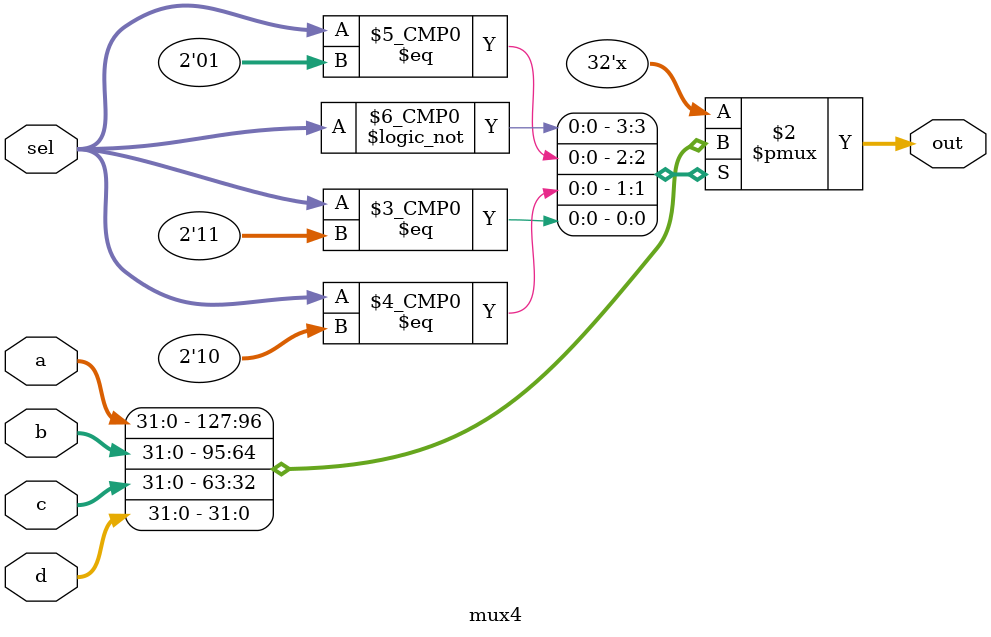
<source format=sv>
module mux4 #(parameter width = 32)
(
    input [1:0] sel,
    input [width-1:0] a, b, c, d,
    output logic [width-1:0] out
);

always_comb begin
    case(sel)
        2'b00: out = a;
        2'b01: out = b;
        2'b10: out = c;
        2'b11: out = d;
    endcase
end

endmodule : mux4

</source>
